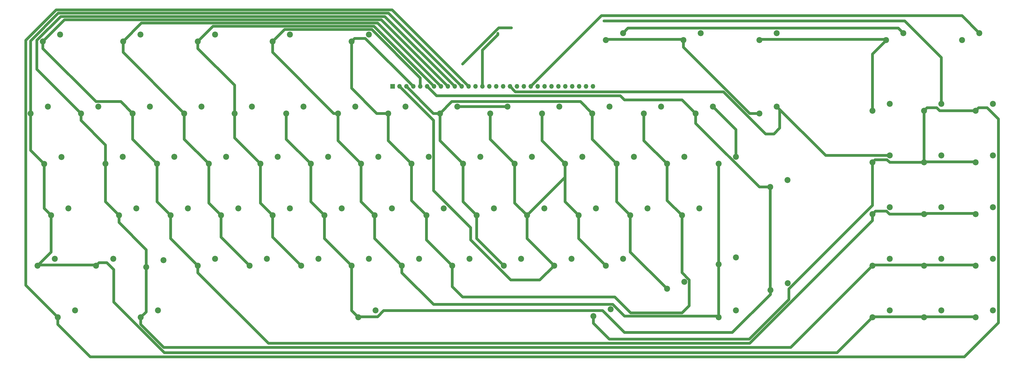
<source format=gbr>
%TF.GenerationSoftware,KiCad,Pcbnew,8.99.0-99-g23169ca1a7*%
%TF.CreationDate,2024-03-31T01:18:57-03:00*%
%TF.ProjectId,klaviatar,6b6c6176-6961-4746-9172-2e6b69636164,rev?*%
%TF.SameCoordinates,Original*%
%TF.FileFunction,Copper,L1,Top*%
%TF.FilePolarity,Positive*%
%FSLAX46Y46*%
G04 Gerber Fmt 4.6, Leading zero omitted, Abs format (unit mm)*
G04 Created by KiCad (PCBNEW 8.99.0-99-g23169ca1a7) date 2024-03-31 01:18:57*
%MOMM*%
%LPD*%
G01*
G04 APERTURE LIST*
%TA.AperFunction,ComponentPad*%
%ADD10C,2.200000*%
%TD*%
%TA.AperFunction,ComponentPad*%
%ADD11R,1.700000X1.700000*%
%TD*%
%TA.AperFunction,ComponentPad*%
%ADD12O,1.700000X1.700000*%
%TD*%
%TA.AperFunction,ViaPad*%
%ADD13C,0.600000*%
%TD*%
%TA.AperFunction,Conductor*%
%ADD14C,1.000000*%
%TD*%
G04 APERTURE END LIST*
D10*
%TO.P,SW89,1,1*%
%TO.N,/XT2_{9}*%
X378040000Y-45420000D03*
%TO.P,SW89,2,2*%
%TO.N,/XT1_{12}*%
X371690000Y-47960000D03*
%TD*%
D11*
%TO.P,J1,1,Pin_1*%
%TO.N,/XT1_{12}*%
X162260000Y-65000000D03*
D12*
%TO.P,J1,2,Pin_2*%
%TO.N,/XT1_{11}*%
X164800000Y-65000000D03*
%TO.P,J1,3,Pin_3*%
%TO.N,/XT1_{10}*%
X167340000Y-65000000D03*
%TO.P,J1,4,Pin_4*%
%TO.N,/XT1_{9}*%
X169880000Y-65000000D03*
%TO.P,J1,5,Pin_5*%
%TO.N,/XT1_{8}*%
X172420000Y-65000000D03*
%TO.P,J1,6,Pin_6*%
%TO.N,/XT1_{7}*%
X174960000Y-65000000D03*
%TO.P,J1,7,Pin_7*%
%TO.N,/XT1_{6}*%
X177500000Y-65000000D03*
%TO.P,J1,8,Pin_8*%
%TO.N,/XT1_{5}*%
X180040000Y-65000000D03*
%TO.P,J1,9,Pin_9*%
%TO.N,/XT1_{4}*%
X182580000Y-65000000D03*
%TO.P,J1,10,Pin_10*%
%TO.N,/XT1_{3}*%
X185120000Y-65000000D03*
%TO.P,J1,11,Pin_11*%
%TO.N,/XT1_{2}*%
X187660000Y-65000000D03*
%TO.P,J1,12,Pin_12*%
%TO.N,/XT1_{1}*%
X190200000Y-65000000D03*
%TO.P,J1,13,Pin_13*%
%TO.N,/XT2_{1}*%
X192740000Y-65000000D03*
%TO.P,J1,14,Pin_14*%
%TO.N,/XT2_{2}*%
X195280000Y-65000000D03*
%TO.P,J1,15,Pin_15*%
%TO.N,/XT2_{3}*%
X197820000Y-65000000D03*
%TO.P,J1,16,Pin_16*%
%TO.N,/XT2_{4}*%
X200360000Y-65000000D03*
%TO.P,J1,17,Pin_17*%
%TO.N,/XT2_{5}*%
X202900000Y-65000000D03*
%TO.P,J1,18,Pin_18*%
%TO.N,/XT2_{6}*%
X205440000Y-65000000D03*
%TO.P,J1,19,Pin_19*%
%TO.N,/XT2_{7}*%
X207980000Y-65000000D03*
%TO.P,J1,20,Pin_20*%
%TO.N,/XT2_{8}*%
X210520000Y-65000000D03*
%TO.P,J1,21,Pin_21*%
%TO.N,/XT2_{9}*%
X213060000Y-65000000D03*
%TO.P,J1,22,Pin_22*%
%TO.N,unconnected-(J1-Pin_22-Pad22)*%
X215600000Y-65000000D03*
%TO.P,J1,23,Pin_23*%
%TO.N,unconnected-(J1-Pin_23-Pad23)*%
X218140000Y-65000000D03*
%TO.P,J1,24,Pin_24*%
%TO.N,unconnected-(J1-Pin_24-Pad24)*%
X220680000Y-65000000D03*
%TO.P,J1,25,Pin_25*%
%TO.N,unconnected-(J1-Pin_25-Pad25)*%
X223220000Y-65000000D03*
%TO.P,J1,26,Pin_26*%
%TO.N,unconnected-(J1-Pin_26-Pad26)*%
X225760000Y-65000000D03*
%TO.P,J1,27,Pin_27*%
%TO.N,unconnected-(J1-Pin_27-Pad27)*%
X228300000Y-65000000D03*
%TO.P,J1,28,Pin_28*%
%TO.N,unconnected-(J1-Pin_28-Pad28)*%
X230840000Y-65000000D03*
%TO.P,J1,29,Pin_29*%
%TO.N,unconnected-(J1-Pin_29-Pad29)*%
X233380000Y-65000000D03*
%TO.P,J1,30,Pin_30*%
%TO.N,unconnected-(J1-Pin_30-Pad30)*%
X235920000Y-65000000D03*
%TD*%
D10*
%TO.P,SW88,1,1*%
%TO.N,/XT2_{8}*%
X223540000Y-72420000D03*
%TO.P,SW88,2,2*%
%TO.N,/XT1_{11}*%
X217190000Y-74960000D03*
%TD*%
%TO.P,SW87,1,1*%
%TO.N,/XT2_{7}*%
X232040000Y-90920000D03*
%TO.P,SW87,2,2*%
%TO.N,/XT1_{11}*%
X225690000Y-93460000D03*
%TD*%
%TO.P,SW86,1,1*%
%TO.N,/XT2_{6}*%
X237040000Y-109920000D03*
%TO.P,SW86,2,2*%
%TO.N,/XT1_{11}*%
X230690000Y-112460000D03*
%TD*%
%TO.P,SW85,1,1*%
%TO.N,/XT2_{5}*%
X247040000Y-128420000D03*
%TO.P,SW85,2,2*%
%TO.N,/XT1_{11}*%
X240690000Y-130960000D03*
%TD*%
%TO.P,SW84,1,1*%
%TO.N,/XT2_{8}*%
X242040000Y-72420000D03*
%TO.P,SW84,2,2*%
%TO.N,/XT1_{10}*%
X235690000Y-74960000D03*
%TD*%
%TO.P,SW83,1,1*%
%TO.N,/XT2_{7}*%
X251040000Y-90920000D03*
%TO.P,SW83,2,2*%
%TO.N,/XT1_{10}*%
X244690000Y-93460000D03*
%TD*%
%TO.P,SW82,1,1*%
%TO.N,/XT2_{6}*%
X256040000Y-109920000D03*
%TO.P,SW82,2,2*%
%TO.N,/XT1_{10}*%
X249690000Y-112460000D03*
%TD*%
%TO.P,SW81,1,1*%
%TO.N,/XT2_{5}*%
X269540000Y-136920000D03*
%TO.P,SW81,2,2*%
%TO.N,/XT1_{10}*%
X263190000Y-139460000D03*
%TD*%
%TO.P,SW80,1,1*%
%TO.N,/XT2_{8}*%
X261040000Y-72420000D03*
%TO.P,SW80,2,2*%
%TO.N,/XT1_{9}*%
X254690000Y-74960000D03*
%TD*%
%TO.P,SW79,1,1*%
%TO.N,/XT2_{7}*%
X269540000Y-90920000D03*
%TO.P,SW79,2,2*%
%TO.N,/XT1_{9}*%
X263190000Y-93460000D03*
%TD*%
%TO.P,SW78,1,1*%
%TO.N,/XT2_{6}*%
X275040000Y-109920000D03*
%TO.P,SW78,2,2*%
%TO.N,/XT1_{9}*%
X268690000Y-112460000D03*
%TD*%
%TO.P,SW77,1,1*%
%TO.N,/XT2_{5}*%
X190540000Y-128420000D03*
%TO.P,SW77,2,2*%
%TO.N,/XT1_{9}*%
X184190000Y-130960000D03*
%TD*%
%TO.P,SW76,1,1*%
%TO.N,/XT2_{8}*%
X288540000Y-90920000D03*
%TO.P,SW76,2,2*%
%TO.N,/XT1_{8}*%
X282190000Y-93460000D03*
%TD*%
%TO.P,SW75,1,1*%
%TO.N,/XT2_{7}*%
X288540000Y-127920000D03*
%TO.P,SW75,2,2*%
%TO.N,/XT1_{8}*%
X282190000Y-130460000D03*
%TD*%
%TO.P,SW74,1,1*%
%TO.N,/XT2_{6}*%
X288540000Y-147420000D03*
%TO.P,SW74,2,2*%
%TO.N,/XT1_{8}*%
X282190000Y-149960000D03*
%TD*%
%TO.P,SW73,1,1*%
%TO.N,/XT2_{5}*%
X172040000Y-128420000D03*
%TO.P,SW73,2,2*%
%TO.N,/XT1_{8}*%
X165690000Y-130960000D03*
%TD*%
%TO.P,SW72,1,1*%
%TO.N,/XT2_{8}*%
X280040000Y-72420000D03*
%TO.P,SW72,2,2*%
%TO.N,/XT1_{7}*%
X273690000Y-74960000D03*
%TD*%
%TO.P,SW71,1,1*%
%TO.N,/XT2_{7}*%
X307500000Y-99500000D03*
%TO.P,SW71,2,2*%
%TO.N,/XT1_{7}*%
X301150000Y-102040000D03*
%TD*%
%TO.P,SW70,1,1*%
%TO.N,/XT2_{6}*%
X307540000Y-137420000D03*
%TO.P,SW70,2,2*%
%TO.N,/XT1_{7}*%
X301190000Y-139960000D03*
%TD*%
%TO.P,SW69,1,1*%
%TO.N,/XT2_{5}*%
X156040000Y-147420000D03*
%TO.P,SW69,2,2*%
%TO.N,/XT1_{7}*%
X149690000Y-149960000D03*
%TD*%
%TO.P,SW68,1,1*%
%TO.N,/XT2_{8}*%
X247040000Y-45420000D03*
%TO.P,SW68,2,2*%
%TO.N,/XT1_{6}*%
X240690000Y-47960000D03*
%TD*%
%TO.P,SW67,1,1*%
%TO.N,/XT2_{7}*%
X275540000Y-45420000D03*
%TO.P,SW67,2,2*%
%TO.N,/XT1_{6}*%
X269190000Y-47960000D03*
%TD*%
%TO.P,SW66,1,1*%
%TO.N,/XT2_{6}*%
X303540000Y-72420000D03*
%TO.P,SW66,2,2*%
%TO.N,/XT1_{6}*%
X297190000Y-74960000D03*
%TD*%
%TO.P,SW65,1,1*%
%TO.N,/XT2_{5}*%
X135040000Y-128420000D03*
%TO.P,SW65,2,2*%
%TO.N,/XT1_{6}*%
X128690000Y-130960000D03*
%TD*%
%TO.P,SW64,1,1*%
%TO.N,/XT2_{8}*%
X350040000Y-45420000D03*
%TO.P,SW64,2,2*%
%TO.N,/XT1_{5}*%
X343690000Y-47960000D03*
%TD*%
%TO.P,SW63,1,1*%
%TO.N,/XT2_{7}*%
X303540000Y-45420000D03*
%TO.P,SW63,2,2*%
%TO.N,/XT1_{5}*%
X297190000Y-47960000D03*
%TD*%
%TO.P,SW62,1,1*%
%TO.N,/XT2_{6}*%
X345040000Y-71420000D03*
%TO.P,SW62,2,2*%
%TO.N,/XT1_{5}*%
X338690000Y-73960000D03*
%TD*%
%TO.P,SW61,1,1*%
%TO.N,/XT2_{5}*%
X116040000Y-128420000D03*
%TO.P,SW61,2,2*%
%TO.N,/XT1_{5}*%
X109690000Y-130960000D03*
%TD*%
%TO.P,SW60,1,1*%
%TO.N,/XT2_{8}*%
X383040000Y-109420000D03*
%TO.P,SW60,2,2*%
%TO.N,/XT1_{4}*%
X376690000Y-111960000D03*
%TD*%
%TO.P,SW59,1,1*%
%TO.N,/XT2_{7}*%
X364040000Y-109420000D03*
%TO.P,SW59,2,2*%
%TO.N,/XT1_{4}*%
X357690000Y-111960000D03*
%TD*%
%TO.P,SW58,1,1*%
%TO.N,/XT2_{6}*%
X345040000Y-109420000D03*
%TO.P,SW58,2,2*%
%TO.N,/XT1_{4}*%
X338690000Y-111960000D03*
%TD*%
%TO.P,SW57,1,1*%
%TO.N,/XT2_{5}*%
X97040000Y-128420000D03*
%TO.P,SW57,2,2*%
%TO.N,/XT1_{4}*%
X90690000Y-130960000D03*
%TD*%
%TO.P,SW56,1,1*%
%TO.N,/XT2_{8}*%
X383040000Y-128420000D03*
%TO.P,SW56,2,2*%
%TO.N,/XT1_{3}*%
X376690000Y-130960000D03*
%TD*%
%TO.P,SW55,1,1*%
%TO.N,/XT2_{7}*%
X364040000Y-128420000D03*
%TO.P,SW55,2,2*%
%TO.N,/XT1_{3}*%
X357690000Y-130960000D03*
%TD*%
%TO.P,SW54,1,1*%
%TO.N,/XT2_{6}*%
X345040000Y-128420000D03*
%TO.P,SW54,2,2*%
%TO.N,/XT1_{3}*%
X338690000Y-130960000D03*
%TD*%
%TO.P,SW53,1,1*%
%TO.N,/XT2_{5}*%
X76040000Y-147420000D03*
%TO.P,SW53,2,2*%
%TO.N,/XT1_{3}*%
X69690000Y-149960000D03*
%TD*%
%TO.P,SW52,1,1*%
%TO.N,/XT2_{8}*%
X383040000Y-147420000D03*
%TO.P,SW52,2,2*%
%TO.N,/XT1_{2}*%
X376690000Y-149960000D03*
%TD*%
%TO.P,SW51,1,1*%
%TO.N,/XT2_{7}*%
X364040000Y-147420000D03*
%TO.P,SW51,2,2*%
%TO.N,/XT1_{2}*%
X357690000Y-149960000D03*
%TD*%
%TO.P,SW50,1,1*%
%TO.N,/XT2_{6}*%
X345040000Y-147420000D03*
%TO.P,SW50,2,2*%
%TO.N,/XT1_{2}*%
X338690000Y-149960000D03*
%TD*%
%TO.P,SW49,1,1*%
%TO.N,/XT2_{5}*%
X38040000Y-128420000D03*
%TO.P,SW49,2,2*%
%TO.N,/XT1_{2}*%
X31690000Y-130960000D03*
%TD*%
%TO.P,SW48,1,1*%
%TO.N,/XT2_{8}*%
X383040000Y-90420000D03*
%TO.P,SW48,2,2*%
%TO.N,/XT1_{1}*%
X376690000Y-92960000D03*
%TD*%
%TO.P,SW47,1,1*%
%TO.N,/XT2_{7}*%
X364040000Y-90420000D03*
%TO.P,SW47,2,2*%
%TO.N,/XT1_{1}*%
X357690000Y-92960000D03*
%TD*%
%TO.P,SW46,1,1*%
%TO.N,/XT2_{6}*%
X345040000Y-90420000D03*
%TO.P,SW46,2,2*%
%TO.N,/XT1_{1}*%
X338690000Y-92960000D03*
%TD*%
%TO.P,SW45,1,1*%
%TO.N,/XT2_{5}*%
X242500000Y-147000000D03*
%TO.P,SW45,2,2*%
%TO.N,/XT1_{1}*%
X236150000Y-149540000D03*
%TD*%
%TO.P,SW44,1,1*%
%TO.N,/XT2_{4}*%
X228040000Y-128420000D03*
%TO.P,SW44,2,2*%
%TO.N,/XT1_{11}*%
X221690000Y-130960000D03*
%TD*%
%TO.P,SW43,1,1*%
%TO.N,/XT2_{3}*%
X218040000Y-109920000D03*
%TO.P,SW43,2,2*%
%TO.N,/XT1_{11}*%
X211690000Y-112460000D03*
%TD*%
%TO.P,SW42,1,1*%
%TO.N,/XT2_{4}*%
X209540000Y-128420000D03*
%TO.P,SW42,2,2*%
%TO.N,/XT1_{10}*%
X203190000Y-130960000D03*
%TD*%
%TO.P,SW41,1,1*%
%TO.N,/XT2_{3}*%
X199540000Y-109920000D03*
%TO.P,SW41,2,2*%
%TO.N,/XT1_{10}*%
X193190000Y-112460000D03*
%TD*%
%TO.P,SW40,1,1*%
%TO.N,/XT2_{4}*%
X181040000Y-109920000D03*
%TO.P,SW40,2,2*%
%TO.N,/XT1_{9}*%
X174690000Y-112460000D03*
%TD*%
%TO.P,SW39,1,1*%
%TO.N,/XT2_{3}*%
X175540000Y-90920000D03*
%TO.P,SW39,2,2*%
%TO.N,/XT1_{9}*%
X169190000Y-93460000D03*
%TD*%
%TO.P,SW38,1,1*%
%TO.N,/XT2_{4}*%
X162040000Y-109920000D03*
%TO.P,SW38,2,2*%
%TO.N,/XT1_{8}*%
X155690000Y-112460000D03*
%TD*%
%TO.P,SW37,1,1*%
%TO.N,/XT2_{3}*%
X157040000Y-90920000D03*
%TO.P,SW37,2,2*%
%TO.N,/XT1_{8}*%
X150690000Y-93460000D03*
%TD*%
%TO.P,SW36,1,1*%
%TO.N,/XT2_{4}*%
X153540000Y-128420000D03*
%TO.P,SW36,2,2*%
%TO.N,/XT1_{7}*%
X147190000Y-130960000D03*
%TD*%
%TO.P,SW35,1,1*%
%TO.N,/XT2_{3}*%
X143540000Y-109920000D03*
%TO.P,SW35,2,2*%
%TO.N,/XT1_{7}*%
X137190000Y-112460000D03*
%TD*%
%TO.P,SW34,1,1*%
%TO.N,/XT2_{4}*%
X124540000Y-109920000D03*
%TO.P,SW34,2,2*%
%TO.N,/XT1_{6}*%
X118190000Y-112460000D03*
%TD*%
%TO.P,SW33,1,1*%
%TO.N,/XT2_{3}*%
X120040000Y-90920000D03*
%TO.P,SW33,2,2*%
%TO.N,/XT1_{6}*%
X113690000Y-93460000D03*
%TD*%
%TO.P,SW32,1,1*%
%TO.N,/XT2_{4}*%
X105540000Y-109920000D03*
%TO.P,SW32,2,2*%
%TO.N,/XT1_{5}*%
X99190000Y-112460000D03*
%TD*%
%TO.P,SW31,1,1*%
%TO.N,/XT2_{3}*%
X101040000Y-90920000D03*
%TO.P,SW31,2,2*%
%TO.N,/XT1_{5}*%
X94690000Y-93460000D03*
%TD*%
%TO.P,SW30,1,1*%
%TO.N,/XT2_{4}*%
X87040000Y-109920000D03*
%TO.P,SW30,2,2*%
%TO.N,/XT1_{4}*%
X80690000Y-112460000D03*
%TD*%
%TO.P,SW29,1,1*%
%TO.N,/XT2_{3}*%
X82040000Y-90920000D03*
%TO.P,SW29,2,2*%
%TO.N,/XT1_{4}*%
X75690000Y-93460000D03*
%TD*%
%TO.P,SW28,1,1*%
%TO.N,/XT2_{4}*%
X78040000Y-128920000D03*
%TO.P,SW28,2,2*%
%TO.N,/XT1_{3}*%
X71690000Y-131460000D03*
%TD*%
%TO.P,SW27,1,1*%
%TO.N,/XT2_{3}*%
X68040000Y-109920000D03*
%TO.P,SW27,2,2*%
%TO.N,/XT1_{3}*%
X61690000Y-112460000D03*
%TD*%
%TO.P,SW26,1,1*%
%TO.N,/XT2_{4}*%
X59540000Y-128420000D03*
%TO.P,SW26,2,2*%
%TO.N,/XT1_{2}*%
X53190000Y-130960000D03*
%TD*%
%TO.P,SW25,1,1*%
%TO.N,/XT2_{3}*%
X43040000Y-109920000D03*
%TO.P,SW25,2,2*%
%TO.N,/XT1_{2}*%
X36690000Y-112460000D03*
%TD*%
%TO.P,SW24,1,1*%
%TO.N,/XT2_{5}*%
X45540000Y-147420000D03*
%TO.P,SW24,2,2*%
%TO.N,/XT1_{1}*%
X39190000Y-149960000D03*
%TD*%
%TO.P,SW22,1,1*%
%TO.N,/XT2_{2}*%
X213540000Y-90920000D03*
%TO.P,SW22,2,2*%
%TO.N,/XT1_{11}*%
X207190000Y-93460000D03*
%TD*%
%TO.P,SW21,1,1*%
%TO.N,/XT2_{2}*%
X194540000Y-90920000D03*
%TO.P,SW21,2,2*%
%TO.N,/XT1_{10}*%
X188190000Y-93460000D03*
%TD*%
%TO.P,SW20,1,1*%
%TO.N,/XT2_{2}*%
X167040000Y-72420000D03*
%TO.P,SW20,2,2*%
%TO.N,/XT1_{9}*%
X160690000Y-74960000D03*
%TD*%
%TO.P,SW19,1,1*%
%TO.N,/XT2_{2}*%
X148540000Y-72420000D03*
%TO.P,SW19,2,2*%
%TO.N,/XT1_{8}*%
X142190000Y-74960000D03*
%TD*%
%TO.P,SW18,1,1*%
%TO.N,/XT2_{2}*%
X138540000Y-90920000D03*
%TO.P,SW18,2,2*%
%TO.N,/XT1_{7}*%
X132190000Y-93460000D03*
%TD*%
%TO.P,SW17,1,1*%
%TO.N,/XT2_{2}*%
X110540000Y-72420000D03*
%TO.P,SW17,2,2*%
%TO.N,/XT1_{6}*%
X104190000Y-74960000D03*
%TD*%
%TO.P,SW16,1,1*%
%TO.N,/XT2_{2}*%
X92040000Y-72420000D03*
%TO.P,SW16,2,2*%
%TO.N,/XT1_{5}*%
X85690000Y-74960000D03*
%TD*%
%TO.P,SW15,1,1*%
%TO.N,/XT2_{2}*%
X73040000Y-72420000D03*
%TO.P,SW15,2,2*%
%TO.N,/XT1_{4}*%
X66690000Y-74960000D03*
%TD*%
%TO.P,SW14,1,1*%
%TO.N,/XT2_{2}*%
X63040000Y-90920000D03*
%TO.P,SW14,2,2*%
%TO.N,/XT1_{3}*%
X56690000Y-93460000D03*
%TD*%
%TO.P,SW13,1,1*%
%TO.N,/XT2_{2}*%
X40500000Y-91000000D03*
%TO.P,SW13,2,2*%
%TO.N,/XT1_{2}*%
X34150000Y-93540000D03*
%TD*%
%TO.P,SW12,1,1*%
%TO.N,/XT2_{2}*%
X364040000Y-71420000D03*
%TO.P,SW12,2,2*%
%TO.N,/XT1_{1}*%
X357690000Y-73960000D03*
%TD*%
%TO.P,SW11,1,1*%
%TO.N,/XT2_{1}*%
X204540000Y-72420000D03*
%TO.P,SW11,2,2*%
%TO.N,/XT1_{11}*%
X198190000Y-74960000D03*
%TD*%
%TO.P,SW10,1,1*%
%TO.N,/XT2_{1}*%
X186040000Y-72420000D03*
%TO.P,SW10,2,2*%
%TO.N,/XT1_{10}*%
X179690000Y-74960000D03*
%TD*%
%TO.P,SW9,1,1*%
%TO.N,/XT2_{1}*%
X153540000Y-45920000D03*
%TO.P,SW9,2,2*%
%TO.N,/XT1_{9}*%
X147190000Y-48460000D03*
%TD*%
%TO.P,SW8,1,1*%
%TO.N,/XT2_{1}*%
X124540000Y-45920000D03*
%TO.P,SW8,2,2*%
%TO.N,/XT1_{8}*%
X118190000Y-48460000D03*
%TD*%
%TO.P,SW7,1,1*%
%TO.N,/XT2_{1}*%
X129540000Y-72420000D03*
%TO.P,SW7,2,2*%
%TO.N,/XT1_{7}*%
X123190000Y-74960000D03*
%TD*%
%TO.P,SW6,1,1*%
%TO.N,/XT2_{1}*%
X97040000Y-45920000D03*
%TO.P,SW6,2,2*%
%TO.N,/XT1_{6}*%
X90690000Y-48460000D03*
%TD*%
%TO.P,SW5,1,1*%
%TO.N,/XT2_{1}*%
X69540000Y-45920000D03*
%TO.P,SW5,2,2*%
%TO.N,/XT1_{5}*%
X63190000Y-48460000D03*
%TD*%
%TO.P,SW4,1,1*%
%TO.N,/XT2_{1}*%
X40040000Y-45920000D03*
%TO.P,SW4,2,2*%
%TO.N,/XT1_{4}*%
X33690000Y-48460000D03*
%TD*%
%TO.P,SW3,1,1*%
%TO.N,/XT2_{1}*%
X54040000Y-72420000D03*
%TO.P,SW3,2,2*%
%TO.N,/XT1_{3}*%
X47690000Y-74960000D03*
%TD*%
%TO.P,SW2,1,1*%
%TO.N,/XT2_{1}*%
X35540000Y-72420000D03*
%TO.P,SW2,2,2*%
%TO.N,/XT1_{2}*%
X29190000Y-74960000D03*
%TD*%
%TO.P,SW1,1,1*%
%TO.N,/XT2_{1}*%
X383040000Y-71420000D03*
%TO.P,SW1,2,2*%
%TO.N,/XT1_{1}*%
X376690000Y-73960000D03*
%TD*%
D13*
%TO.N,/XT1_{5}*%
X206000000Y-43500000D03*
X188000000Y-56802944D03*
%TO.N,/XT2_{2}*%
X201000000Y-45500000D03*
X240000000Y-41000000D03*
%TD*%
D14*
%TO.N,/XT1_{1}*%
X39190000Y-149960000D02*
X39190000Y-152579087D01*
X377789999Y-72860001D02*
X376690000Y-73960000D01*
X39190000Y-152579087D02*
X51110913Y-164500000D01*
X372500000Y-164500000D02*
X385000000Y-152000000D01*
X51110913Y-164500000D02*
X372500000Y-164500000D01*
X385000000Y-152000000D02*
X385000000Y-77000000D01*
X385000000Y-77000000D02*
X380860001Y-72860001D01*
X380860001Y-72860001D02*
X377789999Y-72860001D01*
%TO.N,/XT1_{2}*%
X338690000Y-149960000D02*
X325650000Y-163000000D01*
X325650000Y-163000000D02*
X78413857Y-163000000D01*
X78413857Y-163000000D02*
X59750000Y-144336143D01*
X59750000Y-144336143D02*
X59750000Y-132360913D01*
X59750000Y-132360913D02*
X57249088Y-129860001D01*
X57249088Y-129860001D02*
X54289999Y-129860001D01*
X54289999Y-129860001D02*
X53190000Y-130960000D01*
%TO.N,/XT1_{5}*%
X188000000Y-56802944D02*
X201302944Y-43500000D01*
X201302944Y-43500000D02*
X206000000Y-43500000D01*
%TO.N,/XT2_{2}*%
X364040000Y-71420000D02*
X364040000Y-54460001D01*
X364040000Y-54460001D02*
X350579999Y-41000000D01*
X350579999Y-41000000D02*
X240000000Y-41000000D01*
X201000000Y-45500000D02*
X201000000Y-46000000D01*
X201000000Y-46000000D02*
X195280000Y-51720000D01*
X195280000Y-51720000D02*
X195280000Y-65000000D01*
%TO.N,/XT2_{9}*%
X378040000Y-45420000D02*
X371620000Y-39000000D01*
X371620000Y-39000000D02*
X239060000Y-39000000D01*
X239060000Y-39000000D02*
X213060000Y-65000000D01*
%TO.N,/XT1_{5}*%
X343690000Y-47960000D02*
X343690000Y-48190000D01*
X343690000Y-48190000D02*
X338690000Y-53190000D01*
X338690000Y-53190000D02*
X338690000Y-73960000D01*
X343690000Y-47960000D02*
X343480000Y-47750000D01*
X343480000Y-47750000D02*
X297400000Y-47750000D01*
X297400000Y-47750000D02*
X297190000Y-47960000D01*
%TO.N,/XT2_{6}*%
X205440000Y-65000000D02*
X207440000Y-67000000D01*
X207440000Y-67000000D02*
X283913857Y-67000000D01*
X302500000Y-82500000D02*
X304639999Y-80360001D01*
X283913857Y-67000000D02*
X299413857Y-82500000D01*
X299413857Y-82500000D02*
X302500000Y-82500000D01*
X304639999Y-73519999D02*
X303540000Y-72420000D01*
X304639999Y-80360001D02*
X304639999Y-73519999D01*
%TO.N,/XT1_{7}*%
X174960000Y-65000000D02*
X178460000Y-68500000D01*
X178460000Y-68500000D02*
X246000000Y-68500000D01*
X246000000Y-68500000D02*
X247500000Y-70000000D01*
X247500000Y-70000000D02*
X268730000Y-70000000D01*
X268730000Y-70000000D02*
X273690000Y-74960000D01*
%TO.N,/XT2_{8}*%
X247040000Y-45420000D02*
X248840000Y-43620000D01*
X248840000Y-43620000D02*
X348240000Y-43620000D01*
X348240000Y-43620000D02*
X350040000Y-45420000D01*
X280040000Y-72420000D02*
X288540000Y-80920000D01*
X288540000Y-80920000D02*
X288540000Y-90920000D01*
%TO.N,/XT2_{6}*%
X303540000Y-72420000D02*
X321540000Y-90420000D01*
X321540000Y-90420000D02*
X345040000Y-90420000D01*
%TO.N,/XT2_{1}*%
X186040000Y-72420000D02*
X204540000Y-72420000D01*
%TO.N,/XT1_{10}*%
X179690000Y-74960000D02*
X184030000Y-70620000D01*
X184030000Y-70620000D02*
X231350000Y-70620000D01*
X231350000Y-70620000D02*
X235690000Y-74960000D01*
%TO.N,/XT1_{9}*%
X268690000Y-112460000D02*
X268690000Y-133524415D01*
X188000000Y-142500000D02*
X184190000Y-138690000D01*
X268690000Y-133524415D02*
X271340000Y-136174415D01*
X271340000Y-136174415D02*
X271340000Y-145660000D01*
X271340000Y-145660000D02*
X268700000Y-148300000D01*
X268700000Y-148300000D02*
X249800000Y-148300000D01*
X249800000Y-148300000D02*
X244000000Y-142500000D01*
X244000000Y-142500000D02*
X188000000Y-142500000D01*
X184190000Y-138690000D02*
X184190000Y-130960000D01*
%TO.N,/XT1_{8}*%
X282190000Y-149960000D02*
X281730000Y-149500000D01*
X281730000Y-149500000D02*
X247545585Y-149500000D01*
X247545585Y-149500000D02*
X243245585Y-145200000D01*
X243245585Y-145200000D02*
X177310913Y-145200000D01*
X177310913Y-145200000D02*
X165690000Y-133579087D01*
X165690000Y-133579087D02*
X165690000Y-130960000D01*
%TO.N,/XT1_{7}*%
X301190000Y-139960000D02*
X301190000Y-141515634D01*
X301190000Y-141515634D02*
X287205634Y-155500000D01*
X287205634Y-155500000D02*
X247500000Y-155500000D01*
X247500000Y-155500000D02*
X239500000Y-147500000D01*
X239500000Y-147500000D02*
X159000000Y-147500000D01*
X156750000Y-149750000D02*
X149480000Y-149750000D01*
X159000000Y-147500000D02*
X156750000Y-149750000D01*
X149480000Y-149750000D02*
X149690000Y-149960000D01*
%TO.N,/XT1_{1}*%
X338690000Y-92960000D02*
X338690000Y-108815585D01*
X338690000Y-108815585D02*
X308000000Y-139505585D01*
X241990913Y-158000000D02*
X236150000Y-152159087D01*
X308000000Y-139505585D02*
X308000000Y-143389087D01*
X308000000Y-143389087D02*
X293389087Y-158000000D01*
X293389087Y-158000000D02*
X241990913Y-158000000D01*
X236150000Y-152159087D02*
X236150000Y-149540000D01*
%TO.N,/XT1_{4}*%
X338690000Y-111960000D02*
X338690000Y-114396143D01*
X338690000Y-114396143D02*
X293586143Y-159500000D01*
X293586143Y-159500000D02*
X116610913Y-159500000D01*
X116610913Y-159500000D02*
X90690000Y-133579087D01*
X90690000Y-133579087D02*
X90690000Y-130960000D01*
%TO.N,/XT1_{3}*%
X338690000Y-130960000D02*
X308650000Y-161000000D01*
X78110913Y-161000000D02*
X69690000Y-152579087D01*
X308650000Y-161000000D02*
X78110913Y-161000000D01*
X69690000Y-152579087D02*
X69690000Y-149960000D01*
%TO.N,/XT1_{7}*%
X301150000Y-102040000D02*
X301150000Y-139920000D01*
X301150000Y-139920000D02*
X301190000Y-139960000D01*
%TO.N,/XT1_{1}*%
X190200000Y-65000000D02*
X162120000Y-36920000D01*
X162120000Y-36920000D02*
X38580000Y-36920000D01*
X38580000Y-36920000D02*
X27390000Y-48110000D01*
X27390000Y-48110000D02*
X27390000Y-138160000D01*
X27390000Y-138160000D02*
X39190000Y-149960000D01*
%TO.N,/XT1_{2}*%
X187660000Y-65000000D02*
X160780000Y-38120000D01*
X29190000Y-48310000D02*
X29190000Y-74960000D01*
X160780000Y-38120000D02*
X39380000Y-38120000D01*
X39380000Y-38120000D02*
X29190000Y-48310000D01*
%TO.N,/XT1_{3}*%
X185120000Y-65000000D02*
X159440000Y-39320000D01*
X159440000Y-39320000D02*
X40284415Y-39320000D01*
X40284415Y-39320000D02*
X31500000Y-48104415D01*
X31500000Y-48104415D02*
X31500000Y-58770000D01*
X31500000Y-58770000D02*
X47690000Y-74960000D01*
%TO.N,/XT1_{4}*%
X182580000Y-65000000D02*
X158100000Y-40520000D01*
X158100000Y-40520000D02*
X41630000Y-40520000D01*
X41630000Y-40520000D02*
X33690000Y-48460000D01*
%TO.N,/XT1_{5}*%
X180040000Y-65000000D02*
X156760000Y-41720000D01*
X156760000Y-41720000D02*
X69930000Y-41720000D01*
X69930000Y-41720000D02*
X63190000Y-48460000D01*
%TO.N,/XT1_{6}*%
X177500000Y-65000000D02*
X155420000Y-42920000D01*
X155420000Y-42920000D02*
X96230000Y-42920000D01*
X96230000Y-42920000D02*
X90690000Y-48460000D01*
%TO.N,/XT1_{11}*%
X164800000Y-65000000D02*
X177340000Y-77540000D01*
X177340000Y-77540000D02*
X177340000Y-103350000D01*
X177340000Y-103350000D02*
X191000000Y-117010000D01*
X191000000Y-117010000D02*
X191000000Y-121500000D01*
X191000000Y-121500000D02*
X205750000Y-136250000D01*
X205750000Y-136250000D02*
X216400000Y-136250000D01*
X216400000Y-136250000D02*
X221690000Y-130960000D01*
%TO.N,/XT1_{10}*%
X167340000Y-65000000D02*
X177300000Y-74960000D01*
X177300000Y-74960000D02*
X179690000Y-74960000D01*
%TO.N,/XT1_{8}*%
X118190000Y-48460000D02*
X122530000Y-44120000D01*
X122530000Y-44120000D02*
X154620000Y-44120000D01*
X154620000Y-44120000D02*
X172420000Y-61920000D01*
X172420000Y-61920000D02*
X172420000Y-65000000D01*
%TO.N,/XT1_{9}*%
X147190000Y-48460000D02*
X148289999Y-47360001D01*
X148289999Y-47360001D02*
X152240001Y-47360001D01*
X152240001Y-47360001D02*
X169880000Y-65000000D01*
X147190000Y-48460000D02*
X147190000Y-65690000D01*
X147190000Y-65690000D02*
X156460000Y-74960000D01*
X156460000Y-74960000D02*
X160690000Y-74960000D01*
%TO.N,/XT1_{8}*%
X282190000Y-130460000D02*
X282190000Y-149960000D01*
X282190000Y-93460000D02*
X282190000Y-130460000D01*
%TO.N,/XT1_{7}*%
X273690000Y-74960000D02*
X273690000Y-78615585D01*
X273690000Y-78615585D02*
X297114415Y-102040000D01*
X297114415Y-102040000D02*
X301150000Y-102040000D01*
%TO.N,/XT1_{3}*%
X71690000Y-131460000D02*
X71690000Y-147960000D01*
X71690000Y-147960000D02*
X69690000Y-149960000D01*
X61690000Y-112460000D02*
X61690000Y-115079087D01*
X61690000Y-115079087D02*
X71690000Y-125079087D01*
X71690000Y-125079087D02*
X71690000Y-131460000D01*
X56690000Y-93460000D02*
X56690000Y-107460000D01*
X56690000Y-107460000D02*
X61690000Y-112460000D01*
X47690000Y-74960000D02*
X47690000Y-77579087D01*
X47690000Y-77579087D02*
X56690000Y-86579087D01*
X56690000Y-86579087D02*
X56690000Y-93460000D01*
%TO.N,/XT1_{2}*%
X31690000Y-130960000D02*
X31900000Y-130750000D01*
X31900000Y-130750000D02*
X52980000Y-130750000D01*
X52980000Y-130750000D02*
X53190000Y-130960000D01*
X36690000Y-112460000D02*
X36690000Y-125960000D01*
X36690000Y-125960000D02*
X31690000Y-130960000D01*
X34150000Y-93540000D02*
X34150000Y-109920000D01*
X34150000Y-109920000D02*
X36690000Y-112460000D01*
X29190000Y-74960000D02*
X29190000Y-88580000D01*
X29190000Y-88580000D02*
X34150000Y-93540000D01*
X376690000Y-149960000D02*
X376480000Y-149750000D01*
X357900000Y-149750000D02*
X357690000Y-149960000D01*
X376480000Y-149750000D02*
X357900000Y-149750000D01*
X338690000Y-149960000D02*
X338900000Y-149750000D01*
X338900000Y-149750000D02*
X357480000Y-149750000D01*
X357480000Y-149750000D02*
X357690000Y-149960000D01*
%TO.N,/XT1_{3}*%
X357690000Y-130960000D02*
X357900000Y-130750000D01*
X357900000Y-130750000D02*
X376480000Y-130750000D01*
X376480000Y-130750000D02*
X376690000Y-130960000D01*
X338690000Y-130960000D02*
X338900000Y-130750000D01*
X338900000Y-130750000D02*
X357480000Y-130750000D01*
X357480000Y-130750000D02*
X357690000Y-130960000D01*
%TO.N,/XT1_{4}*%
X357690000Y-111960000D02*
X358540000Y-111960000D01*
X358540000Y-111960000D02*
X358750000Y-111750000D01*
X358750000Y-111750000D02*
X376480000Y-111750000D01*
X376480000Y-111750000D02*
X376690000Y-111960000D01*
X338690000Y-111960000D02*
X339789999Y-110860001D01*
X344960000Y-111960000D02*
X357690000Y-111960000D01*
X339789999Y-110860001D02*
X343860001Y-110860001D01*
X343860001Y-110860001D02*
X344960000Y-111960000D01*
%TO.N,/XT1_{1}*%
X357690000Y-73960000D02*
X358789999Y-72860001D01*
X358789999Y-72860001D02*
X362360001Y-72860001D01*
X362360001Y-72860001D02*
X363460000Y-73960000D01*
X363460000Y-73960000D02*
X376690000Y-73960000D01*
X357690000Y-92960000D02*
X357900000Y-92750000D01*
X357900000Y-92750000D02*
X376480000Y-92750000D01*
X376480000Y-92750000D02*
X376690000Y-92960000D01*
X357690000Y-92960000D02*
X345034415Y-92960000D01*
X345034415Y-92960000D02*
X344074415Y-92000000D01*
X344074415Y-92000000D02*
X339650000Y-92000000D01*
X339650000Y-92000000D02*
X338690000Y-92960000D01*
X357690000Y-73960000D02*
X357690000Y-92960000D01*
%TO.N,/XT1_{6}*%
X269190000Y-47960000D02*
X269190000Y-50579087D01*
X269190000Y-50579087D02*
X293570913Y-74960000D01*
X293570913Y-74960000D02*
X297190000Y-74960000D01*
X269190000Y-47960000D02*
X268980000Y-47750000D01*
X268980000Y-47750000D02*
X240900000Y-47750000D01*
X240900000Y-47750000D02*
X240690000Y-47960000D01*
%TO.N,/XT1_{9}*%
X263190000Y-93460000D02*
X263190000Y-106960000D01*
X263190000Y-106960000D02*
X268690000Y-112460000D01*
X254690000Y-74960000D02*
X254690000Y-84960000D01*
X254690000Y-84960000D02*
X263190000Y-93460000D01*
%TO.N,/XT1_{10}*%
X249690000Y-112460000D02*
X249690000Y-125960000D01*
X249690000Y-125960000D02*
X263190000Y-139460000D01*
X244690000Y-93460000D02*
X244690000Y-107460000D01*
X244690000Y-107460000D02*
X249690000Y-112460000D01*
X235690000Y-74960000D02*
X235690000Y-84460000D01*
X235690000Y-84460000D02*
X244690000Y-93460000D01*
%TO.N,/XT1_{11}*%
X225690000Y-93460000D02*
X225690000Y-98460000D01*
X225690000Y-98460000D02*
X211690000Y-112460000D01*
X230690000Y-112460000D02*
X230690000Y-120960000D01*
X230690000Y-120960000D02*
X240690000Y-130960000D01*
X225690000Y-93460000D02*
X225690000Y-107460000D01*
X225690000Y-107460000D02*
X230690000Y-112460000D01*
X217190000Y-74960000D02*
X217190000Y-84960000D01*
X217190000Y-84960000D02*
X225690000Y-93460000D01*
X211690000Y-112460000D02*
X211690000Y-120960000D01*
X211690000Y-120960000D02*
X221690000Y-130960000D01*
X207190000Y-93460000D02*
X207190000Y-107960000D01*
X207190000Y-107960000D02*
X211690000Y-112460000D01*
X198190000Y-74960000D02*
X198190000Y-84460000D01*
X198190000Y-84460000D02*
X207190000Y-93460000D01*
%TO.N,/XT1_{10}*%
X193190000Y-112460000D02*
X193190000Y-120960000D01*
X193190000Y-120960000D02*
X203190000Y-130960000D01*
X188190000Y-93460000D02*
X188190000Y-107460000D01*
X188190000Y-107460000D02*
X193190000Y-112460000D01*
X179690000Y-74960000D02*
X179690000Y-84960000D01*
X179690000Y-84960000D02*
X188190000Y-93460000D01*
%TO.N,/XT1_{4}*%
X80690000Y-112460000D02*
X80690000Y-120960000D01*
X80690000Y-120960000D02*
X90690000Y-130960000D01*
X75690000Y-93460000D02*
X75690000Y-107460000D01*
X75690000Y-107460000D02*
X80690000Y-112460000D01*
X66690000Y-74960000D02*
X66690000Y-84460000D01*
X66690000Y-84460000D02*
X75690000Y-93460000D01*
X33690000Y-48460000D02*
X33690000Y-51079087D01*
X53230913Y-70620000D02*
X62350000Y-70620000D01*
X33690000Y-51079087D02*
X53230913Y-70620000D01*
X62350000Y-70620000D02*
X66690000Y-74960000D01*
%TO.N,/XT1_{5}*%
X99190000Y-112460000D02*
X99190000Y-120460000D01*
X99190000Y-120460000D02*
X109690000Y-130960000D01*
X94690000Y-93460000D02*
X94690000Y-107960000D01*
X94690000Y-107960000D02*
X99190000Y-112460000D01*
X85690000Y-74960000D02*
X85690000Y-84460000D01*
X85690000Y-84460000D02*
X94690000Y-93460000D01*
X63190000Y-48460000D02*
X63190000Y-52460000D01*
X63190000Y-52460000D02*
X85690000Y-74960000D01*
%TO.N,/XT1_{6}*%
X118190000Y-112460000D02*
X118190000Y-120460000D01*
X118190000Y-120460000D02*
X128690000Y-130960000D01*
X113690000Y-93460000D02*
X113690000Y-107960000D01*
X113690000Y-107960000D02*
X118190000Y-112460000D01*
X104190000Y-74960000D02*
X104190000Y-83960000D01*
X104190000Y-83960000D02*
X113690000Y-93460000D01*
X90690000Y-48460000D02*
X90690000Y-51079087D01*
X90690000Y-51079087D02*
X104190000Y-64579087D01*
X104190000Y-64579087D02*
X104190000Y-74960000D01*
%TO.N,/XT1_{8}*%
X118190000Y-48460000D02*
X118190000Y-52515634D01*
X118190000Y-52515634D02*
X140634366Y-74960000D01*
X140634366Y-74960000D02*
X142190000Y-74960000D01*
%TO.N,/XT1_{7}*%
X147190000Y-130960000D02*
X147190000Y-147460000D01*
X147190000Y-147460000D02*
X149690000Y-149960000D01*
X137190000Y-112460000D02*
X137190000Y-120960000D01*
X137190000Y-120960000D02*
X147190000Y-130960000D01*
X132190000Y-93460000D02*
X132190000Y-107460000D01*
X132190000Y-107460000D02*
X137190000Y-112460000D01*
X123190000Y-74960000D02*
X123190000Y-84460000D01*
X123190000Y-84460000D02*
X132190000Y-93460000D01*
%TO.N,/XT1_{8}*%
X155690000Y-112460000D02*
X155690000Y-120960000D01*
X155690000Y-120960000D02*
X165690000Y-130960000D01*
X150690000Y-93460000D02*
X150690000Y-107460000D01*
X150690000Y-107460000D02*
X155690000Y-112460000D01*
X142190000Y-74960000D02*
X142190000Y-84960000D01*
X142190000Y-84960000D02*
X150690000Y-93460000D01*
%TO.N,/XT1_{9}*%
X174690000Y-112460000D02*
X174690000Y-121460000D01*
X174690000Y-121460000D02*
X184190000Y-130960000D01*
X169190000Y-93460000D02*
X169190000Y-106960000D01*
X169190000Y-106960000D02*
X174690000Y-112460000D01*
X160690000Y-74960000D02*
X160690000Y-84960000D01*
X160690000Y-84960000D02*
X169190000Y-93460000D01*
%TD*%
M02*

</source>
